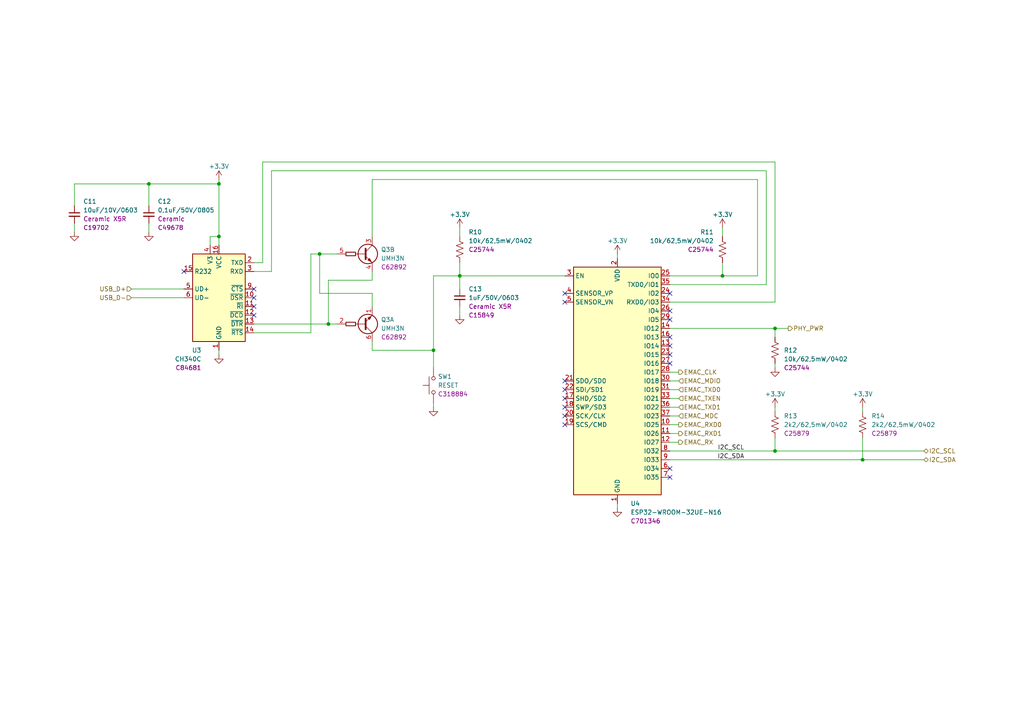
<source format=kicad_sch>
(kicad_sch (version 20230121) (generator eeschema)
  (paper "A4")
  (title_block (title "ESP 16x 24VDC Input 16x 24VDC Output Module") (date "2023-05-05") (rev "V1"))
  (lib_symbols
    (symbol "Device:C_Small" (pin_numbers hide) (pin_names (offset 0.254) hide)
      (property "Reference" "C" (at 0.254 1.778 0))
      (property "Value" "C_Small" (at 0.254 -2.032 0))
      (symbol "C_Small_0_1"
        (polyline (pts (xy -1.524 -0.508) (xy 1.524 -0.508)) (stroke (width 0.3302)))
        (polyline (pts (xy -1.524 0.508) (xy 1.524 0.508)) (stroke (width 0.3048)))
      )
      (symbol "C_Small_1_1"
        (pin passive line (at 0 2.54 270) (length 2.032) (name "~") (number "1"))
        (pin passive line (at 0 -2.54 90) (length 2.032) (name "~") (number "2"))
      )
    )
    (symbol "Device:R_US" (pin_numbers hide) (pin_names (offset 0))
      (property "Reference" "R" (at 2.54 0 90))
      (property "Value" "R_US" (at -2.54 0 90))
      (symbol "R_US_0_1"
        (polyline (pts (xy 0 -2.286) (xy 0 -2.54)))
        (polyline (pts (xy 0 2.286) (xy 0 2.54)))
        (polyline (pts (xy 0 -0.762) (xy 1.016 -1.143) (xy 0 -1.524) (xy -1.016 -1.905) (xy 0 -2.286)))
        (polyline (pts (xy 0 0.762) (xy 1.016 0.381) (xy 0 0) (xy -1.016 -0.381) (xy 0 -0.762)))
        (polyline (pts (xy 0 2.286) (xy 1.016 1.905) (xy 0 1.524) (xy -1.016 1.143) (xy 0 0.762)))
      )
      (symbol "R_US_1_1"
        (pin passive line (at 0 3.81 270) (length 1.27) (name "~") (number "1"))
        (pin passive line (at 0 -3.81 90) (length 1.27) (name "~") (number "2"))
      )
    )
    (symbol "Interface_USB:CH340C"
      (property "Reference" "U" (at -5.08 13.97 0))
      (property "Value" "CH340C" (at 1.27 13.97 0))
      (symbol "CH340C_0_1"
        (rectangle (start -7.62 12.7) (end 7.62 -12.7) (stroke (width 0.254)) (fill (type background)))
      )
      (symbol "CH340C_1_1"
        (pin power_in line (at 0 -15.24 90) (length 2.54) (name "GND") (number "1"))
        (pin input line (at 10.16 0 180) (length 2.54) (name "~{DSR}") (number "10"))
        (pin input line (at 10.16 -2.54 180) (length 2.54) (name "~{RI}") (number "11"))
        (pin input line (at 10.16 -5.08 180) (length 2.54) (name "~{DCD}") (number "12"))
        (pin output line (at 10.16 -7.62 180) (length 2.54) (name "~{DTR}") (number "13"))
        (pin output line (at 10.16 -10.16 180) (length 2.54) (name "~{RTS}") (number "14"))
        (pin input line (at -10.16 7.62 0) (length 2.54) (name "R232") (number "15"))
        (pin power_in line (at 0 15.24 270) (length 2.54) (name "VCC") (number "16"))
        (pin output line (at 10.16 10.16 180) (length 2.54) (name "TXD") (number "2"))
        (pin input line (at 10.16 7.62 180) (length 2.54) (name "RXD") (number "3"))
        (pin passive line (at -2.54 15.24 270) (length 2.54) (name "V3") (number "4"))
        (pin bidirectional line (at -10.16 2.54 0) (length 2.54) (name "UD+") (number "5"))
        (pin bidirectional line (at -10.16 0 0) (length 2.54) (name "UD-") (number "6"))
        (pin no_connect line (at -7.62 -7.62 0) (length 2.54) hide (name "NC") (number "7"))
        (pin no_connect line (at -7.62 -10.16 0) (length 2.54) hide (name "NC") (number "8"))
        (pin input line (at 10.16 2.54 180) (length 2.54) (name "~{CTS}") (number "9"))
      )
    )
    (symbol "RF_Module:ESP32-WROOM-32U"
      (property "Reference" "U" (at -12.7 34.29 0))
      (property "Value" "ESP32-WROOM-32U" (at 1.27 34.29 0))
      (symbol "ESP32-WROOM-32U_0_1"
        (rectangle (start -12.7 33.02) (end 12.7 -33.02) (stroke (width 0.254)) (fill (type background)))
      )
      (symbol "ESP32-WROOM-32U_1_1"
        (pin power_in line (at 0 -35.56 90) (length 2.54) (name "GND") (number "1"))
        (pin bidirectional line (at 15.24 -12.7 180) (length 2.54) (name "IO25") (number "10"))
        (pin bidirectional line (at 15.24 -15.24 180) (length 2.54) (name "IO26") (number "11"))
        (pin bidirectional line (at 15.24 -17.78 180) (length 2.54) (name "IO27") (number "12"))
        (pin bidirectional line (at 15.24 10.16 180) (length 2.54) (name "IO14") (number "13"))
        (pin bidirectional line (at 15.24 15.24 180) (length 2.54) (name "IO12") (number "14"))
        (pin passive line (at 0 -35.56 90) (length 2.54) hide (name "GND") (number "15"))
        (pin bidirectional line (at 15.24 12.7 180) (length 2.54) (name "IO13") (number "16"))
        (pin bidirectional line (at -15.24 -5.08 0) (length 2.54) (name "SHD/SD2") (number "17"))
        (pin bidirectional line (at -15.24 -7.62 0) (length 2.54) (name "SWP/SD3") (number "18"))
        (pin bidirectional line (at -15.24 -12.7 0) (length 2.54) (name "SCS/CMD") (number "19"))
        (pin power_in line (at 0 35.56 270) (length 2.54) (name "VDD") (number "2"))
        (pin bidirectional line (at -15.24 -10.16 0) (length 2.54) (name "SCK/CLK") (number "20"))
        (pin bidirectional line (at -15.24 0 0) (length 2.54) (name "SDO/SD0") (number "21"))
        (pin bidirectional line (at -15.24 -2.54 0) (length 2.54) (name "SDI/SD1") (number "22"))
        (pin bidirectional line (at 15.24 7.62 180) (length 2.54) (name "IO15") (number "23"))
        (pin bidirectional line (at 15.24 25.4 180) (length 2.54) (name "IO2") (number "24"))
        (pin bidirectional line (at 15.24 30.48 180) (length 2.54) (name "IO0") (number "25"))
        (pin bidirectional line (at 15.24 20.32 180) (length 2.54) (name "IO4") (number "26"))
        (pin bidirectional line (at 15.24 5.08 180) (length 2.54) (name "IO16") (number "27"))
        (pin bidirectional line (at 15.24 2.54 180) (length 2.54) (name "IO17") (number "28"))
        (pin bidirectional line (at 15.24 17.78 180) (length 2.54) (name "IO5") (number "29"))
        (pin input line (at -15.24 30.48 0) (length 2.54) (name "EN") (number "3"))
        (pin bidirectional line (at 15.24 0 180) (length 2.54) (name "IO18") (number "30"))
        (pin bidirectional line (at 15.24 -2.54 180) (length 2.54) (name "IO19") (number "31"))
        (pin no_connect line (at -12.7 -27.94 0) (length 2.54) hide (name "NC") (number "32"))
        (pin bidirectional line (at 15.24 -5.08 180) (length 2.54) (name "IO21") (number "33"))
        (pin bidirectional line (at 15.24 22.86 180) (length 2.54) (name "RXD0/IO3") (number "34"))
        (pin bidirectional line (at 15.24 27.94 180) (length 2.54) (name "TXD0/IO1") (number "35"))
        (pin bidirectional line (at 15.24 -7.62 180) (length 2.54) (name "IO22") (number "36"))
        (pin bidirectional line (at 15.24 -10.16 180) (length 2.54) (name "IO23") (number "37"))
        (pin passive line (at 0 -35.56 90) (length 2.54) hide (name "GND") (number "38"))
        (pin passive line (at 0 -35.56 90) (length 2.54) hide (name "GND") (number "39"))
        (pin input line (at -15.24 25.4 0) (length 2.54) (name "SENSOR_VP") (number "4"))
        (pin input line (at -15.24 22.86 0) (length 2.54) (name "SENSOR_VN") (number "5"))
        (pin input line (at 15.24 -25.4 180) (length 2.54) (name "IO34") (number "6"))
        (pin input line (at 15.24 -27.94 180) (length 2.54) (name "IO35") (number "7"))
        (pin bidirectional line (at 15.24 -20.32 180) (length 2.54) (name "IO32") (number "8"))
        (pin bidirectional line (at 15.24 -22.86 180) (length 2.54) (name "IO33") (number "9"))
      )
    )
    (symbol "Switch:SW_Push" (pin_numbers hide) (pin_names (offset 1.016) hide)
      (property "Reference" "SW" (at 1.27 2.54 0))
      (property "Value" "SW_Push" (at 0 -1.524 0))
      (symbol "SW_Push_0_1"
        (circle (center -2.032 0) (radius 0.508))
        (polyline (pts (xy 0 1.27) (xy 0 3.048)))
        (polyline (pts (xy 2.54 1.27) (xy -2.54 1.27)))
        (circle (center 2.032 0) (radius 0.508))
        (pin passive line (at -5.08 0 0) (length 2.54) (name "1") (number "1"))
        (pin passive line (at 5.08 0 180) (length 2.54) (name "2") (number "2"))
      )
    )
    (symbol "Tales:+3.3V" (power) (pin_names (offset 0))
      (property "Value" "+3.3V" (at 0 3.556 0))
      (symbol "+3.3V_0_1"
        (polyline (pts (xy -0.762 1.27) (xy 0 2.54)))
        (polyline (pts (xy 0 0) (xy 0 2.54)))
        (polyline (pts (xy 0 2.54) (xy 0.762 1.27)))
      )
      (symbol "+3.3V_1_1"
        (pin power_in line (at 0 0 90) (length 0) hide (name "+3.3V") (number "1"))
      )
    )
    (symbol "Transistor_BJT:UMH3N" (pin_names hide)
      (property "Reference" "Q" (at 7.62 1.27 0))
      (property "Value" "UMH3N" (at 7.62 -1.27 0))
      (symbol "UMH3N_0_1"
        (polyline (pts (xy 3.175 0) (xy 0.254 0)))
        (polyline (pts (xy 3.175 0.635) (xy 5.08 2.54)))
        (polyline (pts (xy 3.175 1.524) (xy 3.175 -1.524)) (stroke (width 0.508)))
        (polyline (pts (xy 3.175 -0.635) (xy 5.08 -2.54) (xy 5.08 -2.54)))
        (polyline (pts (xy 3.81 -1.778) (xy 4.318 -1.27) (xy 4.826 -2.286) (xy 3.81 -1.778) (xy 3.81 -1.778)) (fill (type outline)))
        (rectangle (start 0.254 0.508) (end -2.54 -0.508) (stroke (width 0.254)))
        (circle (center 3.81 0) (radius 2.8194) (stroke (width 0.254)))
      )
      (symbol "UMH3N_1_1"
        (pin passive line (at 5.08 -5.08 90) (length 2.54) (name "E1") (number "1"))
        (pin input line (at -5.08 0 0) (length 2.54) (name "B1") (number "2"))
        (pin passive line (at 5.08 5.08 270) (length 2.54) (name "C1") (number "6"))
      )
      (symbol "UMH3N_2_1"
        (pin passive line (at 5.08 5.08 270) (length 2.54) (name "C2") (number "3"))
        (pin passive line (at 5.08 -5.08 90) (length 2.54) (name "E2") (number "4"))
        (pin input line (at -5.08 0 0) (length 2.54) (name "B2") (number "5"))
      )
    )
    (symbol "power:+3.3V" (power) (pin_names (offset 0))
      (property "Value" "+3.3V" (at 0 3.556 0))
      (symbol "+3.3V_0_1"
        (polyline (pts (xy -0.762 1.27) (xy 0 2.54)))
        (polyline (pts (xy 0 0) (xy 0 2.54)))
        (polyline (pts (xy 0 2.54) (xy 0.762 1.27)))
      )
      (symbol "+3.3V_1_1"
        (pin power_in line (at 0 0 90) (length 0) hide (name "+3.3V") (number "1"))
      )
    )
    (symbol "power:GND" (power) (pin_names (offset 0))
      (property "Value" "GND" (at 0 -3.81 0))
      (symbol "GND_0_1"
        (polyline (pts (xy 0 0) (xy 0 -1.27) (xy 1.27 -1.27) (xy 0 -2.54) (xy -1.27 -1.27) (xy 0 -1.27)))
      )
      (symbol "GND_1_1"
        (pin power_in line (at 0 0 270) (length 0) hide (name "GND") (number "1"))
      )
    )
  )
  (junction (at 63.5 53.34))
  (junction (at 125.73 101.6))
  (junction (at 133.35 80.01))
  (junction (at 43.18 53.34))
  (junction (at 250.19 133.35))
  (junction (at 209.55 80.01))
  (junction (at 224.79 130.81))
  (junction (at 92.71 73.66))
  (junction (at 63.5 68.58))
  (junction (at 224.79 95.25))
  (junction (at 95.25 93.98))
  (no_connect (at 163.83 87.63))
  (no_connect (at 194.31 105.41))
  (no_connect (at 163.83 123.19))
  (no_connect (at 194.31 85.09))
  (no_connect (at 194.31 97.79))
  (no_connect (at 73.66 86.36))
  (no_connect (at 194.31 92.71))
  (no_connect (at 163.83 110.49))
  (no_connect (at 73.66 91.44))
  (no_connect (at 163.83 85.09))
  (no_connect (at 53.34 78.74))
  (no_connect (at 163.83 115.57))
  (no_connect (at 163.83 118.11))
  (no_connect (at 194.31 102.87))
  (no_connect (at 73.66 88.9))
  (no_connect (at 194.31 135.89))
  (no_connect (at 73.66 83.82))
  (no_connect (at 163.83 120.65))
  (no_connect (at 194.31 100.33))
  (no_connect (at 194.31 90.17))
  (no_connect (at 194.31 138.43))
  (no_connect (at 163.83 113.03))
  (wire (pts (xy 133.35 88.9) (xy 133.35 91.44)))
  (wire (pts (xy 133.35 76.2) (xy 133.35 80.01)))
  (wire (pts (xy 194.31 118.11) (xy 196.85 118.11)))
  (wire (pts (xy 21.59 64.77) (xy 21.59 67.31)))
  (wire (pts (xy 63.5 101.6) (xy 63.5 102.87)))
  (wire (pts (xy 90.17 96.52) (xy 90.17 73.66)))
  (wire (pts (xy 194.31 123.19) (xy 196.85 123.19)))
  (wire (pts (xy 38.1 86.36) (xy 53.34 86.36)))
  (wire (pts (xy 107.95 52.07) (xy 219.71 52.07)))
  (wire (pts (xy 194.31 80.01) (xy 209.55 80.01)))
  (wire (pts (xy 125.73 101.6) (xy 125.73 80.01)))
  (wire (pts (xy 133.35 66.04) (xy 133.35 68.58)))
  (wire (pts (xy 194.31 128.27) (xy 196.85 128.27)))
  (wire (pts (xy 194.31 120.65) (xy 196.85 120.65)))
  (wire (pts (xy 194.31 110.49) (xy 196.85 110.49)))
  (wire (pts (xy 224.79 118.11) (xy 224.79 119.38)))
  (wire (pts (xy 194.31 115.57) (xy 196.85 115.57)))
  (wire (pts (xy 38.1 83.82) (xy 53.34 83.82)))
  (wire (pts (xy 63.5 53.34) (xy 63.5 68.58)))
  (wire (pts (xy 194.31 95.25) (xy 224.79 95.25)))
  (wire (pts (xy 63.5 68.58) (xy 63.5 71.12)))
  (wire (pts (xy 179.07 73.66) (xy 179.07 74.93)))
  (wire (pts (xy 73.66 78.74) (xy 78.74 78.74)))
  (wire (pts (xy 224.79 95.25) (xy 228.6 95.25)))
  (wire (pts (xy 92.71 73.66) (xy 97.79 73.66)))
  (wire (pts (xy 78.74 49.53) (xy 78.74 78.74)))
  (wire (pts (xy 222.25 49.53) (xy 222.25 82.55)))
  (wire (pts (xy 43.18 53.34) (xy 63.5 53.34)))
  (wire (pts (xy 107.95 68.58) (xy 107.95 52.07)))
  (wire (pts (xy 179.07 146.05) (xy 179.07 147.32)))
  (wire (pts (xy 73.66 76.2) (xy 76.2 76.2)))
  (wire (pts (xy 194.31 107.95) (xy 196.85 107.95)))
  (wire (pts (xy 76.2 46.99) (xy 224.79 46.99)))
  (wire (pts (xy 92.71 73.66) (xy 92.71 85.09)))
  (wire (pts (xy 43.18 64.77) (xy 43.18 67.31)))
  (wire (pts (xy 209.55 76.2) (xy 209.55 80.01)))
  (wire (pts (xy 133.35 80.01) (xy 163.83 80.01)))
  (wire (pts (xy 90.17 73.66) (xy 92.71 73.66)))
  (wire (pts (xy 21.59 59.69) (xy 21.59 53.34)))
  (wire (pts (xy 73.66 93.98) (xy 95.25 93.98)))
  (wire (pts (xy 43.18 53.34) (xy 43.18 59.69)))
  (wire (pts (xy 222.25 82.55) (xy 194.31 82.55)))
  (wire (pts (xy 95.25 81.28) (xy 95.25 93.98)))
  (wire (pts (xy 107.95 81.28) (xy 95.25 81.28)))
  (wire (pts (xy 224.79 105.41) (xy 224.79 106.68)))
  (wire (pts (xy 63.5 52.07) (xy 63.5 53.34)))
  (wire (pts (xy 224.79 95.25) (xy 224.79 97.79)))
  (wire (pts (xy 224.79 87.63) (xy 194.31 87.63)))
  (wire (pts (xy 107.95 85.09) (xy 92.71 85.09)))
  (wire (pts (xy 194.31 133.35) (xy 250.19 133.35)))
  (wire (pts (xy 21.59 53.34) (xy 43.18 53.34)))
  (wire (pts (xy 60.96 71.12) (xy 60.96 68.58)))
  (wire (pts (xy 194.31 130.81) (xy 224.79 130.81)))
  (wire (pts (xy 107.95 99.06) (xy 107.95 101.6)))
  (wire (pts (xy 76.2 76.2) (xy 76.2 46.99)))
  (wire (pts (xy 224.79 130.81) (xy 267.97 130.81)))
  (wire (pts (xy 250.19 118.11) (xy 250.19 119.38)))
  (wire (pts (xy 194.31 113.03) (xy 196.85 113.03)))
  (wire (pts (xy 133.35 80.01) (xy 133.35 83.82)))
  (wire (pts (xy 219.71 52.07) (xy 219.71 80.01)))
  (wire (pts (xy 224.79 46.99) (xy 224.79 87.63)))
  (wire (pts (xy 209.55 80.01) (xy 219.71 80.01)))
  (wire (pts (xy 250.19 127) (xy 250.19 133.35)))
  (wire (pts (xy 107.95 88.9) (xy 107.95 85.09)))
  (wire (pts (xy 194.31 125.73) (xy 196.85 125.73)))
  (wire (pts (xy 209.55 66.04) (xy 209.55 68.58)))
  (wire (pts (xy 107.95 101.6) (xy 125.73 101.6)))
  (wire (pts (xy 73.66 96.52) (xy 90.17 96.52)))
  (wire (pts (xy 125.73 116.84) (xy 125.73 118.11)))
  (wire (pts (xy 107.95 78.74) (xy 107.95 81.28)))
  (wire (pts (xy 125.73 80.01) (xy 133.35 80.01)))
  (wire (pts (xy 224.79 127) (xy 224.79 130.81)))
  (wire (pts (xy 78.74 49.53) (xy 222.25 49.53)))
  (wire (pts (xy 95.25 93.98) (xy 97.79 93.98)))
  (wire (pts (xy 125.73 101.6) (xy 125.73 106.68)))
  (wire (pts (xy 60.96 68.58) (xy 63.5 68.58)))
  (wire (pts (xy 250.19 133.35) (xy 267.97 133.35)))
  (label "I2C_SCL" (at 215.9 130.81 180))
  (label "I2C_SDA" (at 215.9 133.35 180))
  (hierarchical_label "PHY_PWR" (shape output) (at 228.6 95.25 0))
  (hierarchical_label "EMAC_MDIO" (shape input) (at 196.85 110.49 0))
  (hierarchical_label "EMAC_TXD1" (shape input) (at 196.85 118.11 0))
  (hierarchical_label "EMAC_RX" (shape output) (at 196.85 128.27 0))
  (hierarchical_label "EMAC_CLK" (shape output) (at 196.85 107.95 0))
  (hierarchical_label "EMAC_RXD1" (shape output) (at 196.85 125.73 0))
  (hierarchical_label "I2C_SDA" (shape bidirectional) (at 267.97 133.35 0))
  (hierarchical_label "EMAC_TXEN" (shape input) (at 196.85 115.57 0))
  (hierarchical_label "EMAC_RXD0" (shape output) (at 196.85 123.19 0))
  (hierarchical_label "EMAC_TXD0" (shape input) (at 196.85 113.03 0))
  (hierarchical_label "EMAC_MDC" (shape input) (at 196.85 120.65 0))
  (hierarchical_label "I2C_SCL" (shape bidirectional) (at 267.97 130.81 0))
  (hierarchical_label "USB_D+" (shape input) (at 38.1 83.82 180))
  (hierarchical_label "USB_D-" (shape input) (at 38.1 86.36 180))
  (symbol (lib_id "power:+3.3V") (at 250.19 118.11 0) (unit 1)
    (property "Reference" "#PWR035" (effects hide))
    (property "Value" "+3.3V" (at 250.19 114.3 0))
  )
  (symbol (lib_id "Device:C_Small") (at 133.35 86.36 0) (unit 1)
    (property "Reference" "C13" (at 135.89 83.8262 0) (effects (justify left)))
    (property "Value" "1uF/50V/0603" (at 135.89 86.3662 0) (effects (justify left)))
    (property "Footprint" "Tales:C_0603_1608Metric" (effects hide))
    (property "Case" "0603/1608" (effects hide))
    (property "JLCPCB BOM" "1" (effects hide))
    (property "LCSC Part #" "C15849" (at 135.89 91.44 0) (effects (justify left)))
    (property "Mfr" "Samsung" (effects hide))
    (property "Mfr PN" "CL10A105KB8NNNC" (effects hide))
    (property "Technology" "Ceramic X5R" (at 135.89 88.9 0) (effects (justify left)))
    (property "Vendor" "JLCPCB" (effects hide))
    (property "Vendor PN" "C15849" (effects hide))
  )
  (symbol (lib_id "Device:R_US") (at 209.55 72.39 0) (unit 1)
    (property "Reference" "R11" (at 207.01 67.31 0) (effects (justify right)))
    (property "Value" "10k/62,5mW/0402" (at 207.01 69.85 0) (effects (justify right)))
    (property "Footprint" "Tales:R_0402_1005Metric" (effects hide))
    (property "Case" "0402/1005" (effects hide))
    (property "Mfr" "Uniroyal" (effects hide))
    (property "Vendor" "JLCPCB" (effects hide))
    (property "Mfr PN" "0402WGF1002TCE" (effects hide))
    (property "Vendor PN" "C25744" (effects hide))
    (property "LCSC Part #" "C25744" (at 207.01 72.39 0) (effects (justify right)))
    (property "JLCPCB BOM" "1" (effects hide))
  )
  (symbol (lib_id "power:GND") (at 43.18 67.31 0) (unit 1)
    (property "Reference" "#PWR024" (effects hide))
    (property "Value" "GNDREF" (effects hide))
  )
  (symbol (lib_id "Transistor_BJT:UMH3N") (at 102.87 73.66 0) (unit 2)
    (property "Reference" "Q3" (at 110.49 72.3899 0) (effects (justify left)))
    (property "Value" "UMH3N" (at 110.49 74.9299 0) (effects (justify left)))
    (property "Footprint" "Tales:SOT-363_SC-70-6" (effects hide))
    (property "JLCPCB BOM" "1" (effects hide))
    (property "LCSC Part #" "C62892" (at 110.49 77.47 0) (effects (justify left)))
    (property "Vendor" "JLCPCB" (effects hide))
    (property "Vendor PN" "C62892" (effects hide))
    (property "Case" "SOT-363" (effects hide))
    (property "Mfr" "Jiangsu" (effects hide))
    (property "Mfr PN" "UMH3N" (effects hide))
  )
  (symbol (lib_id "Device:R_US") (at 224.79 101.6 0) (unit 1)
    (property "Reference" "R12" (at 227.33 101.6 0) (effects (justify left)))
    (property "Value" "10k/62,5mW/0402" (at 227.33 104.14 0) (effects (justify left)))
    (property "Footprint" "Tales:R_0402_1005Metric" (effects hide))
    (property "Case" "0402/1005" (effects hide))
    (property "Mfr" "Uniroyal" (effects hide))
    (property "Vendor" "JLCPCB" (effects hide))
    (property "Mfr PN" "0402WGF1002TCE" (effects hide))
    (property "Vendor PN" "C25744" (effects hide))
    (property "LCSC Part #" "C25744" (at 227.33 106.68 0) (effects (justify left)))
    (property "JLCPCB BOM" "1" (effects hide))
  )
  (symbol (lib_id "Device:C_Small") (at 21.59 62.23 0) (unit 1)
    (property "Reference" "C11" (at 24.13 58.42 0) (effects (justify left)))
    (property "Value" "10uF/10V/0603" (at 24.13 60.96 0) (effects (justify left)))
    (property "Footprint" "Tales:C_0603_1608Metric" (effects hide))
    (property "Technology" "Ceramic X5R" (at 24.13 63.5 0) (effects (justify left)))
    (property "Case" "0603/1608" (effects hide))
    (property "Mfr" "Samsung" (effects hide))
    (property "Mfr PN" "CL10A106KP8NNNC" (effects hide))
    (property "Vendor" "JLCPCB" (effects hide))
    (property "Vendor PN" "C19702" (effects hide))
    (property "LCSC Part #" "C19702" (at 24.13 66.04 0) (effects (justify left)))
    (property "JLCPCB BOM" "1" (effects hide))
  )
  (symbol (lib_id "Transistor_BJT:UMH3N") (at 102.87 93.98 0) (mirror x) (unit 1)
    (property "Reference" "Q3" (at 110.49 92.7099 0) (effects (justify left)))
    (property "Value" "UMH3N" (at 110.49 95.2499 0) (effects (justify left)))
    (property "Footprint" "Tales:SOT-363_SC-70-6" (effects hide))
    (property "JLCPCB BOM" "1" (effects hide))
    (property "LCSC Part #" "C62892" (at 110.49 97.79 0) (effects (justify left)))
    (property "Vendor" "JLCPCB" (effects hide))
    (property "Vendor PN" "C62892" (effects hide))
    (property "Case" "SOT-363" (effects hide))
    (property "Mfr" "Jiangsu" (effects hide))
    (property "Mfr PN" "UMH3N" (effects hide))
  )
  (symbol (lib_id "power:GND") (at 224.79 106.68 0) (unit 1)
    (property "Reference" "#PWR033" (effects hide))
    (property "Value" "GNDREF" (effects hide))
  )
  (symbol (lib_id "Device:R_US") (at 250.19 123.19 0) (unit 1)
    (property "Reference" "R14" (at 252.73 120.65 0) (effects (justify left)))
    (property "Value" "2k2/62,5mW/0402" (at 252.73 123.19 0) (effects (justify left)))
    (property "Footprint" "Tales:R_0402_1005Metric" (effects hide))
    (property "Case" "0402/1005" (effects hide))
    (property "Mfr" "Uniroyal" (effects hide))
    (property "Vendor" "JLCPCB" (effects hide))
    (property "Mfr PN" "0402WGF2201TCE" (effects hide))
    (property "Vendor PN" "C25879" (effects hide))
    (property "LCSC Part #" "C25879" (at 252.73 125.73 0) (effects (justify left)))
    (property "JLCPCB BOM" "1" (effects hide))
  )
  (symbol (lib_id "Switch:SW_Push") (at 125.73 111.76 90) (unit 1)
    (property "Reference" "SW1" (at 127 109.22 90) (effects (justify right)))
    (property "Value" "RESET" (at 127 111.76 90) (effects (justify right)))
    (property "Footprint" "Button_Switch_SMD:SW_SPST_TL3342" (effects hide))
    (property "JLCPCB BOM" "1" (effects hide))
    (property "LCSC Part #" "C318884" (at 127 114.3001 90) (effects (justify right)))
    (property "Mfr" "XKB Connectivity" (effects hide))
    (property "Mfr PN" "TS-1187A-B-A-B" (effects hide))
    (property "Vendor" "JLCPCB" (effects hide))
    (property "Vendor PN" "C318884" (effects hide))
  )
  (symbol (lib_id "Device:R_US") (at 133.35 72.39 0) (unit 1)
    (property "Reference" "R10" (at 135.89 67.31 0) (effects (justify left)))
    (property "Value" "10k/62,5mW/0402" (at 135.89 69.85 0) (effects (justify left)))
    (property "Footprint" "Tales:R_0402_1005Metric" (effects hide))
    (property "Case" "0402/1005" (effects hide))
    (property "Mfr" "Uniroyal" (effects hide))
    (property "Vendor" "JLCPCB" (effects hide))
    (property "Mfr PN" "0402WGF1002TCE" (effects hide))
    (property "Vendor PN" "C25744" (effects hide))
    (property "LCSC Part #" "C25744" (at 135.89 72.39 0) (effects (justify left)))
    (property "JLCPCB BOM" "1" (effects hide))
  )
  (symbol (lib_id "power:GND") (at 21.59 67.31 0) (unit 1)
    (property "Reference" "#PWR023" (effects hide))
    (property "Value" "GNDREF" (effects hide))
  )
  (symbol (lib_id "power:+3.3V") (at 63.5 52.07 0) (unit 1)
    (property "Reference" "#PWR025" (effects hide))
    (property "Value" "+3.3V" (at 63.5 48.26 0))
  )
  (symbol (lib_id "power:+3.3V") (at 133.35 66.04 0) (unit 1)
    (property "Reference" "#PWR028" (effects hide))
    (property "Value" "+3.3V" (at 133.35 62.23 0))
  )
  (symbol (lib_id "Interface_USB:CH340C") (at 63.5 86.36 0) (unit 1)
    (property "Reference" "U3" (at 58.42 101.6 0) (effects (justify right)))
    (property "Value" "CH340C" (at 58.42 104.14 0) (effects (justify right)))
    (property "Footprint" "Package_SO:SOIC-16_3.9x9.9mm_P1.27mm" (effects hide))
    (property "Case" "SOIC-16" (effects hide))
    (property "JLCPCB BOM" "1" (effects hide))
    (property "LCSC Part #" "C84681" (at 58.42 106.68 0) (effects (justify right)))
    (property "Mfr" "WCH" (effects hide))
    (property "Mfr PN" "CH340C" (effects hide))
    (property "Vendor" "JLCPCB" (effects hide))
    (property "Vendor PN" "C84681" (effects hide))
  )
  (symbol (lib_id "power:GND") (at 63.5 102.87 0) (unit 1)
    (property "Reference" "#PWR026" (effects hide))
    (property "Value" "GNDREF" (effects hide))
  )
  (symbol (lib_id "Device:R_US") (at 224.79 123.19 0) (unit 1)
    (property "Reference" "R13" (at 227.33 120.65 0) (effects (justify left)))
    (property "Value" "2k2/62,5mW/0402" (at 227.33 123.19 0) (effects (justify left)))
    (property "Footprint" "Tales:R_0402_1005Metric" (effects hide))
    (property "Case" "0402/1005" (effects hide))
    (property "Mfr" "Uniroyal" (effects hide))
    (property "Vendor" "JLCPCB" (effects hide))
    (property "Mfr PN" "0402WGF2201TCE" (effects hide))
    (property "Vendor PN" "C25879" (effects hide))
    (property "LCSC Part #" "C25879" (at 227.33 125.73 0) (effects (justify left)))
    (property "JLCPCB BOM" "1" (effects hide))
  )
  (symbol (lib_id "RF_Module:ESP32-WROOM-32U") (at 179.07 110.49 0) (unit 1)
    (property "Reference" "U4" (at 182.88 146.05 0) (effects (justify left)))
    (property "Value" "ESP32-WROOM-32UE-N16" (at 182.88 148.59 0) (effects (justify left)))
    (property "Footprint" "Tales:ESP32-WROOM-32U" (effects hide))
    (property "JLCPCB BOM" "1" (effects hide))
    (property "LCSC Part #" "C701346" (at 182.88 151.13 0) (effects (justify left)))
    (property "Mfr" "Expressif" (effects hide))
    (property "Mfr PN" "ESP32-WROOM-32UE-N16" (effects hide))
    (property "Vendor" "JLCPCB" (effects hide))
    (property "Vendor PN" "C701346" (effects hide))
    (property "Case" "ESP32-WROOM-U" (effects hide))
  )
  (symbol (lib_id "Device:C_Small") (at 43.18 62.23 0) (unit 1)
    (property "Reference" "C12" (at 45.72 58.42 0) (effects (justify left)))
    (property "Value" "0,1uF/50V/0805" (at 45.72 60.96 0) (effects (justify left)))
    (property "Footprint" "Tales:C_0805_2012Metric" (effects hide))
    (property "Technology" "Ceramic" (at 45.72 63.5 0) (effects (justify left)))
    (property "Case" "0805/2012" (effects hide))
    (property "Mfr" "Yageo" (effects hide))
    (property "Mfr PN" "CC0805KRX7R9BB104" (effects hide))
    (property "Vendor" "JLCPCB" (effects hide))
    (property "Vendor PN" "C49678" (effects hide))
    (property "LCSC Part #" "C49678" (at 45.72 66.04 0) (effects (justify left)))
    (property "JLCPCB BOM" "1" (effects hide))
  )
  (symbol (lib_id "Tales:+3.3V") (at 179.07 73.66 0) (unit 1)
    (property "Reference" "#PWR030" (effects hide))
    (property "Value" "+3.3V" (at 179.07 69.85 0))
  )
  (symbol (lib_id "power:GND") (at 125.73 118.11 0) (unit 1)
    (property "Reference" "#PWR027" (effects hide))
    (property "Value" "GNDREF" (effects hide))
  )
  (symbol (lib_id "power:GND") (at 133.35 91.44 0) (unit 1)
    (property "Reference" "#PWR029" (effects hide))
    (property "Value" "GNDREF" (effects hide))
  )
  (symbol (lib_id "power:GND") (at 179.07 147.32 0) (unit 1)
    (property "Reference" "#PWR031" (effects hide))
    (property "Value" "GNDREF" (effects hide))
  )
  (symbol (lib_id "power:+3.3V") (at 209.55 66.04 0) (unit 1)
    (property "Reference" "#PWR032" (effects hide))
    (property "Value" "+3.3V" (at 209.55 62.23 0))
  )
  (symbol (lib_id "power:+3.3V") (at 224.79 118.11 0) (unit 1)
    (property "Reference" "#PWR034" (effects hide))
    (property "Value" "+3.3V" (at 224.79 114.3 0))
  )
)
</source>
